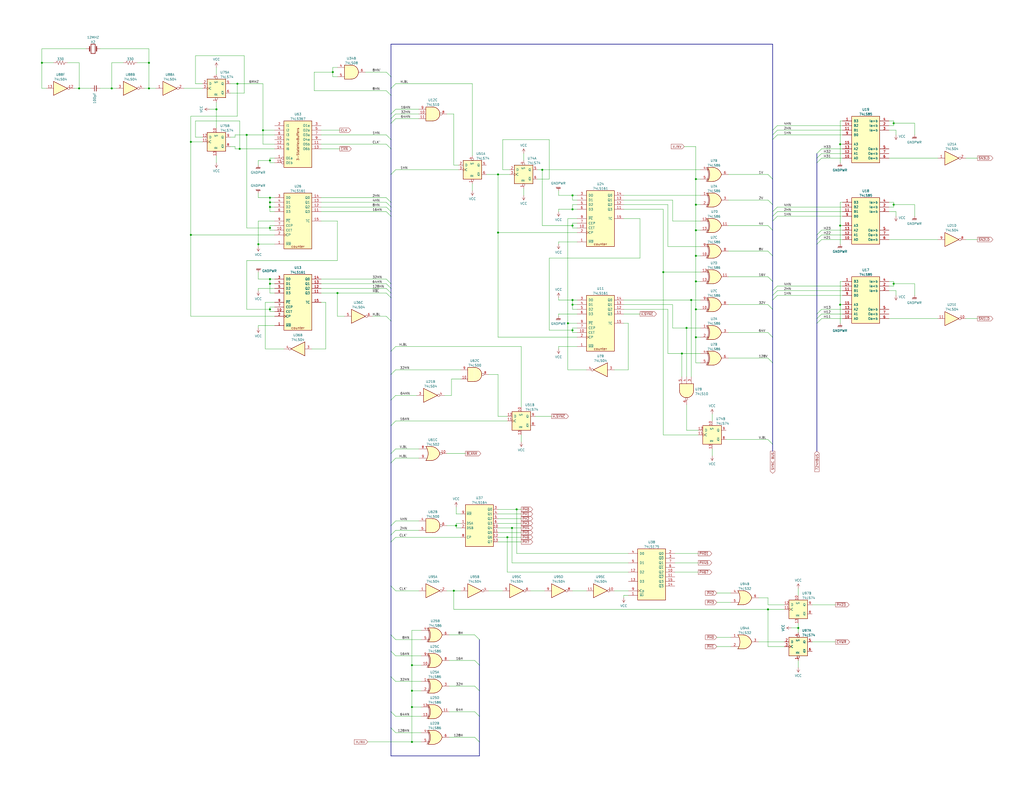
<source format=kicad_sch>
(kicad_sch (version 20230121) (generator eeschema)
  (paper "C")
  (title_block (title "TAITO SYSTEM SJ") (company "ANTON GALE") (comment 1 "SYNC BUS"))
  (junction (at 435.61 342.9))
  (junction (at 377.19 163.83))
  (junction (at 419.1 332.74))
  (junction (at 312.42 163.83))
  (junction (at 130.81 81.28))
  (junction (at 248.92 287.02))
  (junction (at 271.78 127))
  (junction (at 379.73 97.79))
  (junction (at 129.54 45.72))
  (junction (at 140.97 133.35))
  (junction (at 81.28 34.29))
  (junction (at 279.4 288.29))
  (junction (at 312.42 180.34))
  (junction (at 81.28 48.26))
  (junction (at 372.11 193.04))
  (junction (at 487.68 67.31))
  (junction (at 134.62 73.66))
  (junction (at 361.95 148.59))
  (junction (at 147.32 152.4))
  (junction (at 147.32 107.95))
  (junction (at 118.11 59.69))
  (junction (at 184.15 160.02))
  (junction (at 60.96 48.26))
  (junction (at 147.32 110.49))
  (junction (at 224.79 405.13))
  (junction (at 281.94 278.13))
  (junction (at 43.18 48.26))
  (junction (at 379.73 153.67))
  (junction (at 224.79 363.22))
  (junction (at 312.42 106.68))
  (junction (at 374.65 179.07))
  (junction (at 379.73 184.15))
  (junction (at 458.47 78.74))
  (junction (at 224.79 377.19))
  (junction (at 379.73 139.7))
  (junction (at 147.32 168.91))
  (junction (at 312.42 123.19))
  (junction (at 147.32 113.03))
  (junction (at 276.86 293.37))
  (junction (at 181.61 39.37))
  (junction (at 271.78 95.25))
  (junction (at 104.14 77.47))
  (junction (at 312.42 166.37))
  (junction (at 147.32 87.63))
  (junction (at 309.88 176.53))
  (junction (at 487.68 111.76))
  (junction (at 22.86 34.29))
  (junction (at 312.42 114.3))
  (junction (at 247.65 322.58))
  (junction (at 295.91 92.71))
  (junction (at 104.14 128.27))
  (junction (at 487.68 154.94))
  (junction (at 379.73 111.76))
  (junction (at 458.47 166.37))
  (junction (at 147.32 124.46))
  (junction (at 458.47 123.19))
  (junction (at 379.73 168.91))
  (junction (at 379.73 125.73))
  (junction (at 143.51 71.12))
  (junction (at 224.79 386.08))
  (junction (at 147.32 154.94))
  (bus_entry (at 215.9 349.25) (size -2.54 -2.54))
  (bus_entry (at 448.31 173.99) (size -2.54 2.54))
  (bus_entry (at 448.31 168.91) (size -2.54 2.54))
  (bus_entry (at 215.9 229.87) (size -2.54 2.54))
  (bus_entry (at 210.82 78.74) (size 2.54 2.54))
  (bus_entry (at 419.1 181.61) (size 2.54 2.54))
  (bus_entry (at 448.31 86.36) (size -2.54 2.54))
  (bus_entry (at 215.9 358.14) (size -2.54 -2.54))
  (bus_entry (at 419.1 109.22) (size 2.54 2.54))
  (bus_entry (at 419.1 95.25) (size 2.54 2.54))
  (bus_entry (at 215.9 59.69) (size -2.54 2.54))
  (bus_entry (at 448.31 125.73) (size -2.54 2.54))
  (bus_entry (at 448.31 130.81) (size -2.54 2.54))
  (bus_entry (at 259.08 374.65) (size 2.54 2.54))
  (bus_entry (at 215.9 391.16) (size -2.54 -2.54))
  (bus_entry (at 448.31 81.28) (size -2.54 2.54))
  (bus_entry (at 424.18 68.58) (size -2.54 2.54))
  (bus_entry (at 210.82 113.03) (size 2.54 2.54))
  (bus_entry (at 259.08 360.68) (size 2.54 2.54))
  (bus_entry (at 419.1 151.13) (size 2.54 2.54))
  (bus_entry (at 419.1 137.16) (size 2.54 2.54))
  (bus_entry (at 448.31 128.27) (size -2.54 2.54))
  (bus_entry (at 215.9 293.37) (size -2.54 2.54))
  (bus_entry (at 424.18 118.11) (size -2.54 2.54))
  (bus_entry (at 259.08 346.71) (size 2.54 2.54))
  (bus_entry (at 424.18 71.12) (size -2.54 2.54))
  (bus_entry (at 215.9 215.9) (size -2.54 2.54))
  (bus_entry (at 210.82 152.4) (size 2.54 2.54))
  (bus_entry (at 424.18 115.57) (size -2.54 2.54))
  (bus_entry (at 259.08 388.62) (size 2.54 2.54))
  (bus_entry (at 210.82 73.66) (size 2.54 2.54))
  (bus_entry (at 419.1 240.03) (size 2.54 2.54))
  (bus_entry (at 424.18 156.21) (size -2.54 2.54))
  (bus_entry (at 419.1 166.37) (size 2.54 2.54))
  (bus_entry (at 215.9 64.77) (size -2.54 2.54))
  (bus_entry (at 448.31 83.82) (size -2.54 2.54))
  (bus_entry (at 215.9 322.58) (size -2.54 -2.54))
  (bus_entry (at 424.18 73.66) (size -2.54 2.54))
  (bus_entry (at 210.82 160.02) (size 2.54 2.54))
  (bus_entry (at 259.08 402.59) (size 2.54 2.54))
  (bus_entry (at 210.82 110.49) (size 2.54 2.54))
  (bus_entry (at 215.9 289.56) (size -2.54 2.54))
  (bus_entry (at 210.82 154.94) (size 2.54 2.54))
  (bus_entry (at 448.31 171.45) (size -2.54 2.54))
  (bus_entry (at 215.9 372.11) (size -2.54 -2.54))
  (bus_entry (at 215.9 92.71) (size -2.54 2.54))
  (bus_entry (at 419.1 123.19) (size 2.54 2.54))
  (bus_entry (at 424.18 113.03) (size -2.54 2.54))
  (bus_entry (at 215.9 189.23) (size -2.54 2.54))
  (bus_entry (at 210.82 107.95) (size 2.54 2.54))
  (bus_entry (at 215.9 201.93) (size -2.54 2.54))
  (bus_entry (at 210.82 172.72) (size 2.54 2.54))
  (bus_entry (at 210.82 157.48) (size 2.54 2.54))
  (bus_entry (at 424.18 161.29) (size -2.54 2.54))
  (bus_entry (at 215.9 62.23) (size -2.54 2.54))
  (bus_entry (at 210.82 115.57) (size 2.54 2.54))
  (bus_entry (at 215.9 250.19) (size -2.54 2.54))
  (bus_entry (at 215.9 400.05) (size -2.54 -2.54))
  (bus_entry (at 424.18 158.75) (size -2.54 2.54))
  (bus_entry (at 210.82 49.53) (size 2.54 2.54))
  (bus_entry (at 210.82 39.37) (size 2.54 2.54))
  (bus_entry (at 215.9 245.11) (size -2.54 2.54))
  (bus_entry (at 215.9 284.48) (size -2.54 2.54))
  (bus_entry (at 215.9 45.72) (size -2.54 2.54))
  (bus_entry (at 419.1 195.58) (size 2.54 2.54))
  (wire (pts (xy 279.4 288.29) (xy 284.48 288.29)))
  (wire (pts (xy 379.73 125.73) (xy 382.27 125.73)))
  (wire (pts (xy 304.8 115.57) (xy 304.8 114.3)))
  (wire (pts (xy 312.42 124.46) (xy 314.96 124.46)))
  (wire (pts (xy 118.11 36.83) (xy 118.11 40.64)))
  (wire (pts (xy 367.03 120.65) (xy 382.27 120.65)))
  (wire (pts (xy 147.32 160.02) (xy 149.86 160.02)))
  (wire (pts (xy 271.78 283.21) (xy 284.48 283.21)))
  (wire (pts (xy 312.42 121.92) (xy 312.42 123.19)))
  (wire (pts (xy 128.27 73.66) (xy 134.62 73.66)))
  (bus (pts (xy 213.36 252.73) (xy 213.36 287.02)))
  (wire (pts (xy 181.61 39.37) (xy 181.61 41.91)))
  (bus (pts (xy 213.36 41.91) (xy 213.36 48.26)))
  (bus (pts (xy 213.36 287.02) (xy 213.36 292.1)))
  (wire (pts (xy 361.95 237.49) (xy 381 237.49)))
  (wire (pts (xy 299.72 97.79) (xy 299.72 76.2)))
  (wire (pts (xy 271.78 290.83) (xy 284.48 290.83)))
  (wire (pts (xy 43.18 48.26) (xy 43.18 34.29)))
  (wire (pts (xy 175.26 152.4) (xy 210.82 152.4)))
  (wire (pts (xy 129.54 45.72) (xy 143.51 45.72)))
  (bus (pts (xy 421.64 76.2) (xy 421.64 97.79)))
  (wire (pts (xy 342.9 176.53) (xy 342.9 201.93)))
  (wire (pts (xy 397.51 181.61) (xy 419.1 181.61)))
  (wire (pts (xy 312.42 181.61) (xy 312.42 180.34)))
  (wire (pts (xy 100.33 48.26) (xy 110.49 48.26)))
  (wire (pts (xy 128.27 74.93) (xy 128.27 73.66)))
  (wire (pts (xy 487.68 67.31) (xy 499.11 67.31)))
  (wire (pts (xy 361.95 114.3) (xy 361.95 148.59)))
  (wire (pts (xy 266.7 322.58) (xy 274.32 322.58)))
  (wire (pts (xy 397.51 123.19) (xy 419.1 123.19)))
  (wire (pts (xy 224.79 405.13) (xy 224.79 386.08)))
  (wire (pts (xy 459.74 156.21) (xy 424.18 156.21)))
  (wire (pts (xy 458.47 123.19) (xy 458.47 110.49)))
  (wire (pts (xy 458.47 78.74) (xy 458.47 66.04)))
  (wire (pts (xy 276.86 293.37) (xy 276.86 312.42)))
  (wire (pts (xy 379.73 168.91) (xy 379.73 153.67)))
  (wire (pts (xy 281.94 278.13) (xy 284.48 278.13)))
  (wire (pts (xy 459.74 118.11) (xy 424.18 118.11)))
  (wire (pts (xy 295.91 92.71) (xy 295.91 123.19)))
  (wire (pts (xy 379.73 97.79) (xy 379.73 80.01)))
  (bus (pts (xy 261.62 349.25) (xy 261.62 363.22)))
  (wire (pts (xy 250.19 90.17) (xy 247.65 90.17)))
  (wire (pts (xy 312.42 114.3) (xy 314.96 114.3)))
  (wire (pts (xy 459.74 73.66) (xy 424.18 73.66)))
  (wire (pts (xy 271.78 293.37) (xy 276.86 293.37)))
  (wire (pts (xy 285.75 106.68) (xy 285.75 102.87)))
  (wire (pts (xy 247.65 90.17) (xy 247.65 62.23)))
  (wire (pts (xy 292.1 227.33) (xy 300.99 227.33)))
  (wire (pts (xy 144.78 165.1) (xy 144.78 190.5)))
  (wire (pts (xy 281.94 302.26) (xy 342.9 302.26)))
  (wire (pts (xy 361.95 148.59) (xy 382.27 148.59)))
  (wire (pts (xy 215.9 229.87) (xy 276.86 229.87)))
  (wire (pts (xy 312.42 166.37) (xy 312.42 163.83)))
  (wire (pts (xy 54.61 26.67) (xy 81.28 26.67)))
  (wire (pts (xy 175.26 115.57) (xy 210.82 115.57)))
  (wire (pts (xy 251.46 285.75) (xy 248.92 285.75)))
  (wire (pts (xy 379.73 111.76) (xy 379.73 97.79)))
  (wire (pts (xy 25.4 48.26) (xy 22.86 48.26)))
  (wire (pts (xy 459.74 68.58) (xy 424.18 68.58)))
  (wire (pts (xy 414.02 350.52) (xy 427.99 350.52)))
  (wire (pts (xy 284.48 189.23) (xy 284.48 222.25)))
  (wire (pts (xy 125.73 74.93) (xy 128.27 74.93)))
  (wire (pts (xy 271.78 184.15) (xy 314.96 184.15)))
  (wire (pts (xy 125.73 80.01) (xy 128.27 80.01)))
  (bus (pts (xy 421.64 158.75) (xy 421.64 153.67)))
  (wire (pts (xy 372.11 193.04) (xy 382.27 193.04)))
  (wire (pts (xy 243.84 247.65) (xy 254 247.65)))
  (wire (pts (xy 228.6 62.23) (xy 215.9 62.23)))
  (wire (pts (xy 140.97 87.63) (xy 140.97 90.17)))
  (wire (pts (xy 147.32 168.91) (xy 147.32 167.64)))
  (wire (pts (xy 147.32 107.95) (xy 140.97 107.95)))
  (bus (pts (xy 445.77 176.53) (xy 445.77 246.38)))
  (wire (pts (xy 459.74 123.19) (xy 458.47 123.19)))
  (wire (pts (xy 175.26 110.49) (xy 210.82 110.49)))
  (wire (pts (xy 229.87 405.13) (xy 224.79 405.13)))
  (wire (pts (xy 312.42 180.34) (xy 312.42 179.07)))
  (wire (pts (xy 175.26 154.94) (xy 210.82 154.94)))
  (bus (pts (xy 213.36 64.77) (xy 213.36 67.31)))
  (wire (pts (xy 134.62 168.91) (xy 147.32 168.91)))
  (bus (pts (xy 213.36 292.1) (xy 213.36 295.91)))
  (wire (pts (xy 147.32 86.36) (xy 147.32 87.63)))
  (wire (pts (xy 184.15 160.02) (xy 210.82 160.02)))
  (wire (pts (xy 289.56 322.58) (xy 297.18 322.58)))
  (wire (pts (xy 448.31 128.27) (xy 459.74 128.27)))
  (wire (pts (xy 247.65 322.58) (xy 247.65 332.74)))
  (wire (pts (xy 485.14 110.49) (xy 487.68 110.49)))
  (wire (pts (xy 459.74 113.03) (xy 424.18 113.03)))
  (wire (pts (xy 448.31 130.81) (xy 459.74 130.81)))
  (wire (pts (xy 312.42 106.68) (xy 312.42 109.22)))
  (bus (pts (xy 261.62 377.19) (xy 261.62 391.16)))
  (wire (pts (xy 133.35 30.48) (xy 106.68 30.48)))
  (wire (pts (xy 427.99 353.06) (xy 419.1 353.06)))
  (wire (pts (xy 487.68 68.58) (xy 487.68 67.31)))
  (wire (pts (xy 184.15 36.83) (xy 181.61 36.83)))
  (wire (pts (xy 184.15 120.65) (xy 184.15 142.24)))
  (wire (pts (xy 248.92 276.86) (xy 248.92 280.67)))
  (wire (pts (xy 149.86 165.1) (xy 144.78 165.1)))
  (wire (pts (xy 364.49 111.76) (xy 364.49 134.62)))
  (wire (pts (xy 215.9 250.19) (xy 228.6 250.19)))
  (wire (pts (xy 106.68 30.48) (xy 106.68 45.72)))
  (wire (pts (xy 60.96 48.26) (xy 60.96 34.29)))
  (wire (pts (xy 485.14 66.04) (xy 487.68 66.04)))
  (wire (pts (xy 397.51 95.25) (xy 419.1 95.25)))
  (bus (pts (xy 421.64 111.76) (xy 421.64 115.57)))
  (wire (pts (xy 106.68 45.72) (xy 110.49 45.72)))
  (bus (pts (xy 261.62 391.16) (xy 261.62 405.13)))
  (bus (pts (xy 213.36 204.47) (xy 213.36 218.44)))
  (bus (pts (xy 213.36 162.56) (xy 213.36 175.26)))
  (wire (pts (xy 215.9 45.72) (xy 257.81 45.72)))
  (wire (pts (xy 367.03 179.07) (xy 374.65 179.07)))
  (bus (pts (xy 445.77 130.81) (xy 445.77 133.35)))
  (wire (pts (xy 266.7 204.47) (xy 271.78 204.47)))
  (wire (pts (xy 314.96 111.76) (xy 312.42 111.76)))
  (wire (pts (xy 78.74 48.26) (xy 81.28 48.26)))
  (wire (pts (xy 134.62 73.66) (xy 134.62 124.46)))
  (wire (pts (xy 349.25 140.97) (xy 299.72 140.97)))
  (wire (pts (xy 377.19 163.83) (xy 377.19 205.74)))
  (wire (pts (xy 299.72 180.34) (xy 312.42 180.34)))
  (wire (pts (xy 419.1 332.74) (xy 427.99 332.74)))
  (wire (pts (xy 257.81 104.14) (xy 257.81 100.33)))
  (bus (pts (xy 421.64 158.75) (xy 421.64 161.29)))
  (wire (pts (xy 215.9 215.9) (xy 227.33 215.9)))
  (wire (pts (xy 215.9 289.56) (xy 228.6 289.56)))
  (wire (pts (xy 143.51 71.12) (xy 149.86 71.12)))
  (wire (pts (xy 215.9 92.71) (xy 250.19 92.71)))
  (wire (pts (xy 215.9 372.11) (xy 229.87 372.11)))
  (bus (pts (xy 421.64 184.15) (xy 421.64 198.12)))
  (bus (pts (xy 445.77 173.99) (xy 445.77 176.53)))
  (wire (pts (xy 177.8 190.5) (xy 170.18 190.5)))
  (wire (pts (xy 81.28 34.29) (xy 81.28 26.67)))
  (wire (pts (xy 271.78 280.67) (xy 284.48 280.67)))
  (wire (pts (xy 147.32 110.49) (xy 149.86 110.49)))
  (wire (pts (xy 140.97 120.65) (xy 149.86 120.65)))
  (wire (pts (xy 295.91 123.19) (xy 312.42 123.19)))
  (wire (pts (xy 175.26 165.1) (xy 177.8 165.1)))
  (wire (pts (xy 246.38 215.9) (xy 246.38 207.01)))
  (wire (pts (xy 443.23 350.52) (xy 455.93 350.52)))
  (bus (pts (xy 421.64 24.13) (xy 213.36 24.13)))
  (wire (pts (xy 140.97 158.75) (xy 140.97 157.48)))
  (wire (pts (xy 175.26 73.66) (xy 210.82 73.66)))
  (bus (pts (xy 213.36 24.13) (xy 213.36 41.91)))
  (wire (pts (xy 397.51 195.58) (xy 419.1 195.58)))
  (wire (pts (xy 485.14 153.67) (xy 487.68 153.67)))
  (wire (pts (xy 271.78 288.29) (xy 279.4 288.29)))
  (wire (pts (xy 125.73 50.8) (xy 133.35 50.8)))
  (wire (pts (xy 284.48 241.3) (xy 284.48 237.49)))
  (bus (pts (xy 421.64 120.65) (xy 421.64 125.73)))
  (wire (pts (xy 381 234.95) (xy 374.65 234.95)))
  (wire (pts (xy 304.8 171.45) (xy 304.8 172.72)))
  (wire (pts (xy 314.96 166.37) (xy 312.42 166.37)))
  (wire (pts (xy 224.79 377.19) (xy 224.79 363.22)))
  (wire (pts (xy 459.74 71.12) (xy 424.18 71.12)))
  (wire (pts (xy 340.36 325.12) (xy 342.9 325.12)))
  (bus (pts (xy 213.36 67.31) (xy 213.36 76.2)))
  (wire (pts (xy 312.42 111.76) (xy 312.42 114.3)))
  (wire (pts (xy 22.86 34.29) (xy 29.21 34.29)))
  (bus (pts (xy 445.77 171.45) (xy 445.77 173.99)))
  (bus (pts (xy 213.36 295.91) (xy 213.36 320.04)))
  (wire (pts (xy 43.18 48.26) (xy 49.53 48.26)))
  (wire (pts (xy 377.19 163.83) (xy 382.27 163.83)))
  (wire (pts (xy 487.68 111.76) (xy 487.68 110.49)))
  (wire (pts (xy 224.79 363.22) (xy 224.79 344.17)))
  (bus (pts (xy 213.36 218.44) (xy 213.36 232.41)))
  (wire (pts (xy 527.05 86.36) (xy 533.4 86.36)))
  (wire (pts (xy 304.8 189.23) (xy 314.96 189.23)))
  (wire (pts (xy 397.51 166.37) (xy 419.1 166.37)))
  (wire (pts (xy 285.75 83.82) (xy 285.75 87.63)))
  (wire (pts (xy 147.32 88.9) (xy 149.86 88.9)))
  (wire (pts (xy 414.02 326.39) (xy 419.1 326.39)))
  (wire (pts (xy 147.32 152.4) (xy 140.97 152.4)))
  (wire (pts (xy 368.3 312.42) (xy 381 312.42)))
  (wire (pts (xy 245.11 388.62) (xy 259.08 388.62)))
  (wire (pts (xy 368.3 302.26) (xy 381 302.26)))
  (wire (pts (xy 396.24 240.03) (xy 419.1 240.03)))
  (wire (pts (xy 488.95 118.11) (xy 488.95 115.57)))
  (wire (pts (xy 229.87 363.22) (xy 224.79 363.22)))
  (wire (pts (xy 134.62 142.24) (xy 134.62 168.91)))
  (wire (pts (xy 175.26 120.65) (xy 184.15 120.65)))
  (wire (pts (xy 459.74 166.37) (xy 458.47 166.37)))
  (wire (pts (xy 388.62 226.06) (xy 388.62 229.87)))
  (wire (pts (xy 373.38 80.01) (xy 379.73 80.01)))
  (wire (pts (xy 118.11 55.88) (xy 118.11 59.69)))
  (bus (pts (xy 213.36 388.62) (xy 213.36 397.51)))
  (wire (pts (xy 140.97 177.8) (xy 149.86 177.8)))
  (wire (pts (xy 485.14 86.36) (xy 511.81 86.36)))
  (wire (pts (xy 228.6 59.69) (xy 215.9 59.69)))
  (wire (pts (xy 181.61 41.91) (xy 184.15 41.91)))
  (wire (pts (xy 129.54 45.72) (xy 129.54 63.5)))
  (wire (pts (xy 304.8 106.68) (xy 304.8 104.14)))
  (wire (pts (xy 215.9 358.14) (xy 229.87 358.14)))
  (wire (pts (xy 312.42 163.83) (xy 314.96 163.83)))
  (bus (pts (xy 421.64 115.57) (xy 421.64 118.11)))
  (bus (pts (xy 421.64 125.73) (xy 421.64 139.7)))
  (bus (pts (xy 213.36 397.51) (xy 213.36 412.75)))
  (wire (pts (xy 215.9 322.58) (xy 228.6 322.58)))
  (wire (pts (xy 312.42 109.22) (xy 314.96 109.22)))
  (wire (pts (xy 361.95 148.59) (xy 361.95 237.49)))
  (wire (pts (xy 485.14 156.21) (xy 487.68 156.21)))
  (wire (pts (xy 271.78 204.47) (xy 271.78 227.33)))
  (bus (pts (xy 421.64 161.29) (xy 421.64 163.83)))
  (bus (pts (xy 445.77 83.82) (xy 445.77 86.36)))
  (wire (pts (xy 215.9 284.48) (xy 228.6 284.48)))
  (wire (pts (xy 419.1 332.74) (xy 419.1 353.06)))
  (bus (pts (xy 421.64 242.57) (xy 421.64 246.38)))
  (wire (pts (xy 485.14 158.75) (xy 488.95 158.75)))
  (wire (pts (xy 312.42 168.91) (xy 312.42 166.37)))
  (wire (pts (xy 128.27 80.01) (xy 128.27 81.28)))
  (wire (pts (xy 114.3 59.69) (xy 118.11 59.69)))
  (bus (pts (xy 213.36 76.2) (xy 213.36 81.28)))
  (wire (pts (xy 374.65 179.07) (xy 382.27 179.07)))
  (bus (pts (xy 213.36 115.57) (xy 213.36 118.11)))
  (bus (pts (xy 421.64 73.66) (xy 421.64 76.2)))
  (wire (pts (xy 60.96 34.29) (xy 67.31 34.29)))
  (wire (pts (xy 46.99 26.67) (xy 22.86 26.67)))
  (wire (pts (xy 276.86 293.37) (xy 284.48 293.37)))
  (wire (pts (xy 435.61 342.9) (xy 435.61 345.44)))
  (wire (pts (xy 340.36 171.45) (xy 349.25 171.45)))
  (wire (pts (xy 299.72 76.2) (xy 274.32 76.2)))
  (wire (pts (xy 147.32 113.03) (xy 149.86 113.03)))
  (wire (pts (xy 248.92 285.75) (xy 248.92 287.02)))
  (wire (pts (xy 149.86 133.35) (xy 140.97 133.35)))
  (bus (pts (xy 261.62 405.13) (xy 261.62 412.75)))
  (wire (pts (xy 147.32 167.64) (xy 149.86 167.64)))
  (wire (pts (xy 245.11 360.68) (xy 259.08 360.68)))
  (wire (pts (xy 435.61 340.36) (xy 435.61 342.9)))
  (wire (pts (xy 312.42 179.07) (xy 314.96 179.07)))
  (bus (pts (xy 445.77 88.9) (xy 445.77 128.27)))
  (wire (pts (xy 487.68 156.21) (xy 487.68 154.94)))
  (bus (pts (xy 213.36 232.41) (xy 213.36 247.65)))
  (wire (pts (xy 314.96 121.92) (xy 312.42 121.92)))
  (wire (pts (xy 448.31 168.91) (xy 459.74 168.91)))
  (wire (pts (xy 293.37 97.79) (xy 299.72 97.79)))
  (wire (pts (xy 448.31 83.82) (xy 459.74 83.82)))
  (wire (pts (xy 130.81 66.04) (xy 106.68 66.04)))
  (wire (pts (xy 147.32 115.57) (xy 149.86 115.57)))
  (wire (pts (xy 335.28 322.58) (xy 342.9 322.58)))
  (bus (pts (xy 445.77 128.27) (xy 445.77 130.81)))
  (wire (pts (xy 379.73 125.73) (xy 379.73 111.76)))
  (wire (pts (xy 379.73 97.79) (xy 382.27 97.79)))
  (wire (pts (xy 130.81 81.28) (xy 149.86 81.28)))
  (wire (pts (xy 184.15 142.24) (xy 134.62 142.24)))
  (wire (pts (xy 140.97 148.59) (xy 140.97 152.4)))
  (wire (pts (xy 340.36 168.91) (xy 364.49 168.91)))
  (wire (pts (xy 340.36 163.83) (xy 377.19 163.83)))
  (wire (pts (xy 147.32 170.18) (xy 147.32 168.91)))
  (wire (pts (xy 248.92 288.29) (xy 251.46 288.29)))
  (wire (pts (xy 435.61 321.31) (xy 435.61 325.12)))
  (wire (pts (xy 143.51 71.12) (xy 143.51 78.74)))
  (wire (pts (xy 22.86 48.26) (xy 22.86 34.29)))
  (wire (pts (xy 147.32 107.95) (xy 147.32 110.49)))
  (wire (pts (xy 499.11 154.94) (xy 499.11 161.29)))
  (wire (pts (xy 271.78 227.33) (xy 276.86 227.33)))
  (wire (pts (xy 431.8 342.9) (xy 435.61 342.9)))
  (wire (pts (xy 458.47 166.37) (xy 458.47 153.67)))
  (wire (pts (xy 485.14 71.12) (xy 488.95 71.12)))
  (wire (pts (xy 309.88 119.38) (xy 309.88 176.53)))
  (wire (pts (xy 243.84 287.02) (xy 248.92 287.02)))
  (wire (pts (xy 271.78 95.25) (xy 278.13 95.25)))
  (bus (pts (xy 421.64 118.11) (xy 421.64 120.65)))
  (wire (pts (xy 397.51 109.22) (xy 419.1 109.22)))
  (wire (pts (xy 81.28 34.29) (xy 74.93 34.29)))
  (wire (pts (xy 487.68 67.31) (xy 487.68 66.04)))
  (wire (pts (xy 312.42 106.68) (xy 314.96 106.68)))
  (bus (pts (xy 213.36 95.25) (xy 213.36 110.49)))
  (bus (pts (xy 421.64 198.12) (xy 421.64 242.57)))
  (wire (pts (xy 171.45 49.53) (xy 210.82 49.53)))
  (bus (pts (xy 421.64 71.12) (xy 421.64 73.66)))
  (bus (pts (xy 213.36 247.65) (xy 213.36 252.73)))
  (wire (pts (xy 133.35 50.8) (xy 133.35 30.48)))
  (wire (pts (xy 379.73 111.76) (xy 382.27 111.76)))
  (wire (pts (xy 379.73 153.67) (xy 382.27 153.67)))
  (wire (pts (xy 379.73 184.15) (xy 379.73 168.91)))
  (wire (pts (xy 257.81 45.72) (xy 257.81 85.09)))
  (wire (pts (xy 304.8 162.56) (xy 304.8 163.83)))
  (wire (pts (xy 110.49 77.47) (xy 104.14 77.47)))
  (wire (pts (xy 200.66 405.13) (xy 224.79 405.13)))
  (wire (pts (xy 104.14 63.5) (xy 104.14 77.47)))
  (wire (pts (xy 175.26 81.28) (xy 185.42 81.28)))
  (wire (pts (xy 340.36 111.76) (xy 364.49 111.76)))
  (wire (pts (xy 435.61 364.49) (xy 435.61 360.68)))
  (wire (pts (xy 340.36 326.39) (xy 340.36 325.12)))
  (wire (pts (xy 271.78 127) (xy 271.78 184.15)))
  (bus (pts (xy 421.64 97.79) (xy 421.64 111.76)))
  (wire (pts (xy 118.11 59.69) (xy 118.11 69.85)))
  (wire (pts (xy 379.73 198.12) (xy 379.73 184.15)))
  (wire (pts (xy 419.1 330.2) (xy 427.99 330.2)))
  (wire (pts (xy 487.68 154.94) (xy 499.11 154.94)))
  (wire (pts (xy 175.26 71.12) (xy 185.42 71.12)))
  (wire (pts (xy 147.32 154.94) (xy 149.86 154.94)))
  (wire (pts (xy 391.16 328.93) (xy 398.78 328.93)))
  (wire (pts (xy 147.32 87.63) (xy 140.97 87.63)))
  (wire (pts (xy 147.32 154.94) (xy 147.32 160.02)))
  (wire (pts (xy 125.73 45.72) (xy 129.54 45.72)))
  (wire (pts (xy 388.62 248.92) (xy 388.62 245.11)))
  (wire (pts (xy 54.61 48.26) (xy 60.96 48.26)))
  (wire (pts (xy 459.74 115.57) (xy 424.18 115.57)))
  (wire (pts (xy 106.68 74.93) (xy 110.49 74.93)))
  (wire (pts (xy 106.68 66.04) (xy 106.68 74.93)))
  (wire (pts (xy 215.9 391.16) (xy 229.87 391.16)))
  (wire (pts (xy 247.65 332.74) (xy 419.1 332.74)))
  (wire (pts (xy 419.1 326.39) (xy 419.1 330.2)))
  (wire (pts (xy 374.65 179.07) (xy 374.65 205.74)))
  (wire (pts (xy 379.73 153.67) (xy 379.73 139.7)))
  (wire (pts (xy 367.03 120.65) (xy 367.03 109.22)))
  (wire (pts (xy 81.28 48.26) (xy 85.09 48.26)))
  (wire (pts (xy 295.91 92.71) (xy 382.27 92.71)))
  (wire (pts (xy 274.32 92.71) (xy 278.13 92.71)))
  (wire (pts (xy 340.36 119.38) (xy 349.25 119.38)))
  (wire (pts (xy 215.9 349.25) (xy 229.87 349.25)))
  (wire (pts (xy 443.23 330.2) (xy 455.93 330.2)))
  (bus (pts (xy 213.36 412.75) (xy 261.62 412.75)))
  (wire (pts (xy 134.62 73.66) (xy 149.86 73.66)))
  (wire (pts (xy 527.05 173.99) (xy 533.4 173.99)))
  (wire (pts (xy 340.36 106.68) (xy 382.27 106.68)))
  (wire (pts (xy 364.49 134.62) (xy 382.27 134.62)))
  (wire (pts (xy 140.97 157.48) (xy 149.86 157.48)))
  (wire (pts (xy 147.32 113.03) (xy 147.32 115.57)))
  (wire (pts (xy 314.96 176.53) (xy 309.88 176.53)))
  (wire (pts (xy 312.42 322.58) (xy 320.04 322.58)))
  (wire (pts (xy 243.84 322.58) (xy 247.65 322.58)))
  (wire (pts (xy 60.96 48.26) (xy 63.5 48.26)))
  (wire (pts (xy 140.97 133.35) (xy 140.97 120.65)))
  (bus (pts (xy 213.36 160.02) (xy 213.36 162.56)))
  (wire (pts (xy 147.32 152.4) (xy 147.32 154.94)))
  (bus (pts (xy 213.36 154.94) (xy 213.36 157.48)))
  (wire (pts (xy 175.26 107.95) (xy 210.82 107.95)))
  (wire (pts (xy 279.4 307.34) (xy 342.9 307.34)))
  (wire (pts (xy 22.86 26.67) (xy 22.86 34.29)))
  (wire (pts (xy 215.9 293.37) (xy 251.46 293.37)))
  (bus (pts (xy 445.77 133.35) (xy 445.77 171.45)))
  (wire (pts (xy 314.96 168.91) (xy 312.42 168.91)))
  (wire (pts (xy 364.49 193.04) (xy 372.11 193.04)))
  (wire (pts (xy 187.96 172.72) (xy 184.15 172.72)))
  (wire (pts (xy 128.27 81.28) (xy 130.81 81.28)))
  (wire (pts (xy 448.31 171.45) (xy 459.74 171.45)))
  (wire (pts (xy 459.74 66.04) (xy 458.47 66.04)))
  (wire (pts (xy 314.96 181.61) (xy 312.42 181.61)))
  (wire (pts (xy 314.96 119.38) (xy 309.88 119.38)))
  (bus (pts (xy 213.36 320.04) (xy 213.36 346.71)))
  (wire (pts (xy 118.11 88.9) (xy 118.11 85.09)))
  (wire (pts (xy 181.61 39.37) (xy 171.45 39.37)))
  (wire (pts (xy 448.31 81.28) (xy 459.74 81.28)))
  (wire (pts (xy 342.9 201.93) (xy 335.28 201.93)))
  (wire (pts (xy 304.8 133.35) (xy 304.8 132.08)))
  (wire (pts (xy 247.65 322.58) (xy 251.46 322.58)))
  (wire (pts (xy 215.9 189.23) (xy 284.48 189.23)))
  (wire (pts (xy 271.78 95.25) (xy 271.78 127)))
  (bus (pts (xy 213.36 157.48) (xy 213.36 160.02)))
  (bus (pts (xy 445.77 86.36) (xy 445.77 88.9)))
  (wire (pts (xy 391.16 323.85) (xy 398.78 323.85)))
  (wire (pts (xy 485.14 113.03) (xy 487.68 113.03)))
  (wire (pts (xy 271.78 295.91) (xy 284.48 295.91)))
  (wire (pts (xy 242.57 215.9) (xy 246.38 215.9)))
  (wire (pts (xy 276.86 312.42) (xy 342.9 312.42)))
  (wire (pts (xy 459.74 161.29) (xy 424.18 161.29)))
  (wire (pts (xy 149.86 86.36) (xy 147.32 86.36)))
  (wire (pts (xy 349.25 119.38) (xy 349.25 140.97)))
  (wire (pts (xy 458.47 88.9) (xy 458.47 78.74)))
  (wire (pts (xy 43.18 34.29) (xy 36.83 34.29)))
  (wire (pts (xy 248.92 280.67) (xy 251.46 280.67)))
  (wire (pts (xy 149.86 123.19) (xy 147.32 123.19)))
  (wire (pts (xy 149.86 172.72) (xy 104.14 172.72)))
  (wire (pts (xy 340.36 166.37) (xy 367.03 166.37)))
  (wire (pts (xy 175.26 157.48) (xy 210.82 157.48)))
  (wire (pts (xy 448.31 173.99) (xy 459.74 173.99)))
  (bus (pts (xy 213.36 191.77) (xy 213.36 204.47)))
  (bus (pts (xy 421.64 168.91) (xy 421.64 184.15)))
  (wire (pts (xy 382.27 198.12) (xy 379.73 198.12)))
  (bus (pts (xy 213.36 110.49) (xy 213.36 113.03)))
  (wire (pts (xy 397.51 151.13) (xy 419.1 151.13)))
  (wire (pts (xy 248.92 287.02) (xy 248.92 288.29)))
  (wire (pts (xy 245.11 374.65) (xy 259.08 374.65)))
  (wire (pts (xy 130.81 81.28) (xy 130.81 66.04)))
  (wire (pts (xy 499.11 111.76) (xy 499.11 118.11)))
  (wire (pts (xy 40.64 48.26) (xy 43.18 48.26)))
  (wire (pts (xy 245.11 402.59) (xy 259.08 402.59)))
  (wire (pts (xy 527.05 130.81) (xy 533.4 130.81)))
  (wire (pts (xy 265.43 95.25) (xy 271.78 95.25)))
  (wire (pts (xy 304.8 132.08) (xy 314.96 132.08)))
  (wire (pts (xy 309.88 201.93) (xy 320.04 201.93)))
  (wire (pts (xy 459.74 110.49) (xy 458.47 110.49)))
  (wire (pts (xy 458.47 176.53) (xy 458.47 166.37)))
  (wire (pts (xy 224.79 344.17) (xy 229.87 344.17)))
  (wire (pts (xy 203.2 172.72) (xy 210.82 172.72)))
  (bus (pts (xy 213.36 113.03) (xy 213.36 115.57)))
  (wire (pts (xy 147.32 125.73) (xy 149.86 125.73)))
  (wire (pts (xy 228.6 64.77) (xy 215.9 64.77)))
  (wire (pts (xy 488.95 161.29) (xy 488.95 158.75)))
  (wire (pts (xy 175.26 160.02) (xy 184.15 160.02)))
  (bus (pts (xy 213.36 48.26) (xy 213.36 52.07)))
  (wire (pts (xy 304.8 163.83) (xy 312.42 163.83)))
  (bus (pts (xy 213.36 118.11) (xy 213.36 154.94)))
  (bus (pts (xy 213.36 369.57) (xy 213.36 388.62)))
  (wire (pts (xy 391.16 347.98) (xy 398.78 347.98)))
  (bus (pts (xy 421.64 163.83) (xy 421.64 168.91)))
  (wire (pts (xy 149.86 170.18) (xy 147.32 170.18)))
  (wire (pts (xy 144.78 190.5) (xy 154.94 190.5)))
  (bus (pts (xy 213.36 355.6) (xy 213.36 369.57)))
  (wire (pts (xy 309.88 176.53) (xy 309.88 201.93)))
  (wire (pts (xy 229.87 377.19) (xy 224.79 377.19)))
  (wire (pts (xy 448.31 125.73) (xy 459.74 125.73)))
  (wire (pts (xy 485.14 130.81) (xy 511.81 130.81)))
  (wire (pts (xy 271.78 127) (xy 314.96 127)))
  (wire (pts (xy 175.26 113.03) (xy 210.82 113.03)))
  (wire (pts (xy 181.61 36.83) (xy 181.61 39.37)))
  (wire (pts (xy 304.8 190.5) (xy 304.8 189.23)))
  (wire (pts (xy 281.94 278.13) (xy 281.94 302.26)))
  (bus (pts (xy 213.36 52.07) (xy 213.36 62.23)))
  (wire (pts (xy 458.47 133.35) (xy 458.47 123.19)))
  (wire (pts (xy 397.51 137.16) (xy 419.1 137.16)))
  (wire (pts (xy 129.54 63.5) (xy 104.14 63.5)))
  (wire (pts (xy 459.74 78.74) (xy 458.47 78.74)))
  (wire (pts (xy 147.32 124.46) (xy 134.62 124.46)))
  (wire (pts (xy 487.68 111.76) (xy 499.11 111.76)))
  (wire (pts (xy 487.68 113.03) (xy 487.68 111.76)))
  (wire (pts (xy 379.73 184.15) (xy 382.27 184.15)))
  (wire (pts (xy 215.9 245.11) (xy 228.6 245.11)))
  (wire (pts (xy 147.32 87.63) (xy 147.32 88.9)))
  (bus (pts (xy 421.64 139.7) (xy 421.64 153.67)))
  (bus (pts (xy 213.36 81.28) (xy 213.36 95.25)))
  (wire (pts (xy 364.49 168.91) (xy 364.49 193.04)))
  (wire (pts (xy 367.03 166.37) (xy 367.03 179.07)))
  (wire (pts (xy 459.74 158.75) (xy 424.18 158.75)))
  (wire (pts (xy 299.72 140.97) (xy 299.72 180.34)))
  (wire (pts (xy 147.32 152.4) (xy 149.86 152.4)))
  (wire (pts (xy 104.14 128.27) (xy 104.14 172.72)))
  (wire (pts (xy 499.11 67.31) (xy 499.11 73.66)))
  (wire (pts (xy 81.28 48.26) (xy 81.28 34.29)))
  (wire (pts (xy 175.26 78.74) (xy 210.82 78.74)))
  (wire (pts (xy 245.11 346.71) (xy 259.08 346.71)))
  (wire (pts (xy 485.14 68.58) (xy 487.68 68.58)))
  (wire (pts (xy 104.14 77.47) (xy 104.14 128.27)))
  (wire (pts (xy 246.38 207.01) (xy 251.46 207.01)))
  (wire (pts (xy 487.68 154.94) (xy 487.68 153.67)))
  (wire (pts (xy 140.97 133.35) (xy 140.97 134.62)))
  (wire (pts (xy 340.36 114.3) (xy 361.95 114.3)))
  (wire (pts (xy 367.03 109.22) (xy 340.36 109.22)))
  (wire (pts (xy 143.51 45.72) (xy 143.51 71.12)))
  (wire (pts (xy 391.16 353.06) (xy 398.78 353.06)))
  (wire (pts (xy 279.4 288.29) (xy 279.4 307.34)))
  (wire (pts (xy 374.65 234.95) (xy 374.65 220.98)))
  (bus (pts (xy 421.64 24.13) (xy 421.64 71.12)))
  (wire (pts (xy 184.15 160.02) (xy 184.15 172.72)))
  (wire (pts (xy 312.42 123.19) (xy 312.42 124.46)))
  (wire (pts (xy 485.14 115.57) (xy 488.95 115.57)))
  (wire (pts (xy 379.73 139.7) (xy 379.73 125.73)))
  (wire (pts (xy 379.73 139.7) (xy 382.27 139.7)))
  (wire (pts (xy 485.14 173.99) (xy 511.81 173.99)))
  (bus (pts (xy 213.36 175.26) (xy 213.36 191.77)))
  (wire (pts (xy 224.79 386.08) (xy 224.79 377.19)))
  (wire (pts (xy 147.32 110.49) (xy 147.32 113.03)))
  (wire (pts (xy 312.42 106.68) (xy 304.8 106.68)))
  (wire (pts (xy 199.39 39.37) (xy 210.82 39.37)))
  (wire (pts (xy 274.32 76.2) (xy 274.32 92.71)))
  (wire (pts (xy 340.36 176.53) (xy 342.9 176.53)))
  (wire (pts (xy 459.74 153.67) (xy 458.47 153.67)))
  (wire (pts (xy 177.8 165.1) (xy 177.8 190.5)))
  (wire (pts (xy 271.78 278.13) (xy 281.94 278.13)))
  (wire (pts (xy 488.95 73.66) (xy 488.95 71.12)))
  (wire (pts (xy 247.65 62.23) (xy 243.84 62.23)))
  (wire (pts (xy 271.78 285.75) (xy 284.48 285.75)))
  (wire (pts (xy 104.14 128.27) (xy 149.86 128.27)))
  (wire (pts (xy 448.31 86.36) (xy 459.74 86.36)))
  (wire (pts (xy 147.32 107.95) (xy 149.86 107.95)))
  (wire (pts (xy 229.87 386.08) (xy 224.79 386.08)))
  (wire (pts (xy 304.8 114.3) (xy 312.42 114.3)))
  (wire (pts (xy 140.97 107.95) (xy 140.97 105.41)))
  (wire (pts (xy 368.3 307.34) (xy 381 307.34)))
  (wire (pts (xy 293.37 92.71) (xy 295.91 92.71)))
  (wire (pts (xy 304.8 171.45) (xy 314.96 171.45)))
  (wire (pts (xy 147.32 123.19) (xy 147.32 124.46)))
  (bus (pts (xy 213.36 62.23) (xy 213.36 64.77)))
  (wire (pts (xy 379.73 168.91) (xy 382.27 168.91)))
  (bus (pts (xy 213.36 346.71) (xy 213.36 355.6)))
  (wire (pts (xy 251.46 201.93) (xy 215.9 201.93)))
  (bus (pts (xy 261.62 363.22) (xy 261.62 377.19)))
  (wire (pts (xy 140.97 179.07) (xy 140.97 177.8)))
  (wire (pts (xy 143.51 78.74) (xy 149.86 78.74)))
  (wire (pts (xy 372.11 193.04) (xy 372.11 205.74)))
  (wire (pts (xy 171.45 39.37) (xy 171.45 49.53)))
  (wire (pts (xy 215.9 400.05) (xy 229.87 400.05)))
  (wire (pts (xy 147.32 124.46) (xy 147.32 125.73)))
  (label "6MHZ" (at 135.89 45.72 0))
  (label "16H" (at 252.73 360.68 180))
  (label "1HN" (at 431.8 73.66 180))
  (label "H22" (at 453.39 128.27 180))
  (label "32H" (at 252.73 374.65 180))
  (label "8H" (at 252.73 346.71 180))
  (label "H32" (at 453.39 83.82 180))
  (label "2HN" (at 203.2 107.95 0))
  (label "32HN" (at 223.9814 62.23 180))
  (label "2HN" (at 431.8 115.57 180))
  (label "H11" (at 453.39 173.99 180))
  (label "8HN" (at 203.2 49.53 0))
  (label "4HN" (at 222.25 284.48 180))
  (label "64H" (at 252.73 388.62 180))
  (label "1HN" (at 218.44 92.71 0))
  (label "4HN" (at 203.2 110.49 0))
  (label "H.BL" (at 203.2 172.72 0))
  (label "64HN" (at 223.52 391.16 180))
  (label "H.BL" (at 218.44 45.72 0))
  (label "H33" (at 453.39 81.28 180))
  (label "16V" (at 414.02 151.13 0))
  (label "H12" (at 453.39 171.45 180))
  (label "64HN" (at 223.9814 64.77 180))
  (label "2HN" (at 431.8 158.75 180))
  (label "4HN" (at 431.8 113.03 180))
  (label "CLK'" (at 203.2 78.74 0))
  (label "1HN" (at 203.2 73.66 0))
  (label "8HN'" (at 203.2 39.37 0))
  (label "2HN" (at 222.25 289.56 180))
  (label "V.BL" (at 414.02 240.03 0))
  (label "32HN" (at 223.52 201.93 180))
  (label "2HN" (at 431.8 71.12 180))
  (label "16HN" (at 223.52 229.87 180))
  (label "1V" (at 414.02 95.25 0))
  (label "4HN" (at 431.8 68.58 180))
  (label "2V" (at 414.02 109.22 0))
  (label "128HN" (at 203.2 157.48 0))
  (label "64V" (at 414.02 181.61 0))
  (label "32V" (at 414.02 166.37 0))
  (label "1HN" (at 431.8 118.11 180))
  (label "32HN" (at 223.52 372.11 180))
  (label "64HN" (at 203.2 154.94 0))
  (label "H23" (at 453.39 125.73 180))
  (label "8HN" (at 203.2 113.03 0))
  (label "128V" (at 414.02 195.58 0))
  (label "~{HBL}" (at 203.2 160.02 0))
  (label "128H" (at 252.73 402.59 180))
  (label "4HN" (at 431.8 156.21 180))
  (label "16HN" (at 203.2 115.57 0))
  (label "V.BL" (at 222.25 245.11 180))
  (label "4V" (at 414.02 123.19 0))
  (label "H31" (at 453.39 86.36 180))
  (label "16HN" (at 223.52 358.14 180))
  (label "H.BL" (at 222.25 250.19 180))
  (label "H13" (at 453.39 168.91 180))
  (label "128HN" (at 223.52 400.05 180))
  (label "8V" (at 414.02 137.16 0))
  (label "H.BL" (at 222.25 189.23 180))
  (label "H21" (at 453.39 130.81 180))
  (label "16HN" (at 223.9814 59.69 180))
  (label "CLK'" (at 222.25 293.37 180))
  (label "8HN" (at 223.52 349.25 180))
  (label "32HN" (at 203.2 152.4 0))
  (label "64HN" (at 218.44 215.9 0))
  (label "CLK'" (at 222.25 322.58 180))
  (label "1HN" (at 431.8 161.29 180))
  (global_label "CLK" (shape output) (at 185.42 71.12 0) (property "Intersheetrefs" "${INTERSHEET_REFS}" (effects hide)))
  (global_label "~{SN2LD}" (shape output) (at 533.4 130.81 0) (property "Intersheetrefs" "${INTERSHEET_REFS}" (effects hide)))
  (global_label "~{PH67}" (shape output) (at 381 312.42 0) (property "Intersheetrefs" "${INTERSHEET_REFS}" (effects hide)))
  (global_label "724HBUS" (shape input) (at 445.77 246.38 270) (property "Intersheetrefs" "${INTERSHEET_REFS}" (effects hide)))
  (global_label "~{CHWR}" (shape output) (at 455.93 350.52 0) (property "Intersheetrefs" "${INTERSHEET_REFS}" (effects hide)))
  (global_label "~{H.SYNC}" (shape output) (at 300.99 227.33 0) (property "Intersheetrefs" "${INTERSHEET_REFS}" (effects hide)))
  (global_label "~{BLANK}" (shape output) (at 254 247.65 0) (property "Intersheetrefs" "${INTERSHEET_REFS}" (effects hide)))
  (global_label "~{PH45}" (shape output) (at 381 307.34 0) (property "Intersheetrefs" "${INTERSHEET_REFS}" (effects hide)))
  (global_label "~{PH0}" (shape output) (at 284.48 278.13 0) (property "Intersheetrefs" "${INTERSHEET_REFS}" (effects hide)))
  (global_label "~{PH4}" (shape output) (at 284.48 288.29 0) (property "Intersheetrefs" "${INTERSHEET_REFS}" (effects hide)))
  (global_label "~{PH01}" (shape output) (at 381 302.26 0) (property "Intersheetrefs" "${INTERSHEET_REFS}" (effects hide)))
  (global_label "~{PH1}" (shape input) (at 391.16 353.06 180) (property "Intersheetrefs" "${INTERSHEET_REFS}" (effects hide)))
  (global_label "~{PH3}" (shape input) (at 391.16 328.93 180) (property "Intersheetrefs" "${INTERSHEET_REFS}" (effects hide)))
  (global_label "~{PH7}" (shape output) (at 284.48 295.91 0) (property "Intersheetrefs" "${INTERSHEET_REFS}" (effects hide)))
  (global_label "~{PH23}" (shape output) (at 455.93 330.2 0) (property "Intersheetrefs" "${INTERSHEET_REFS}" (effects hide)))
  (global_label "~{PH1}" (shape output) (at 284.48 280.67 0) (property "Intersheetrefs" "${INTERSHEET_REFS}" (effects hide)))
  (global_label "V.INV" (shape input) (at 373.38 80.01 180) (property "Intersheetrefs" "${INTERSHEET_REFS}" (effects hide)))
  (global_label "~{PH6}" (shape output) (at 284.48 293.37 0) (property "Intersheetrefs" "${INTERSHEET_REFS}" (effects hide)))
  (global_label "~{V.SYNC}" (shape output) (at 349.25 171.45 0) (property "Intersheetrefs" "${INTERSHEET_REFS}" (effects hide)))
  (global_label "~{PH2}" (shape input) (at 391.16 323.85 180) (property "Intersheetrefs" "${INTERSHEET_REFS}" (effects hide)))
  (global_label "~{PH2}" (shape output) (at 284.48 283.21 0) (property "Intersheetrefs" "${INTERSHEET_REFS}" (effects hide)))
  (global_label "~{PH3}" (shape output) (at 284.48 285.75 0) (property "Intersheetrefs" "${INTERSHEET_REFS}" (effects hide)))
  (global_label "~{SN1LD}" (shape output) (at 533.4 173.99 0) (property "Intersheetrefs" "${INTERSHEET_REFS}" (effects hide)))
  (global_label "~{PH0}" (shape input) (at 391.16 347.98 180) (property "Intersheetrefs" "${INTERSHEET_REFS}" (effects hide)))
  (global_label "H.INV" (shape input) (at 200.66 405.13 180) (property "Intersheetrefs" "${INTERSHEET_REFS}" (effects hide)))
  (global_label "~{1HN}" (shape output) (at 185.42 81.28 0) (property "Intersheetrefs" "${INTERSHEET_REFS}" (effects hide)))
  (global_label "~{PH5}" (shape output) (at 284.48 290.83 0) (property "Intersheetrefs" "${INTERSHEET_REFS}" (effects hide)))
  (global_label "~{SN3LD}" (shape output) (at 533.4 86.36 0) (property "Intersheetrefs" "${INTERSHEET_REFS}" (effects hide)))
  (global_label "SYNC BUS" (shape output) (at 421.64 246.38 270) (property "Intersheetrefs" "${INTERSHEET_REFS}" (effects hide)))
  (symbol (lib_id "jt74:74LS74") (at 257.81 92.71 0) (unit 1)
    (property "Reference" "U51" (at 259.8294 83.9302 0) (effects (justify left)))
    (property "Value" "74LS74" (at 259.8294 86.4671 0) (effects (justify left)))
    (property "Datasheet" "74xx/74hc_hct74.pdf" (effects hide))
  )
  (symbol (lib_id "Device:R_US") (at 71.12 34.29 90) (unit 1)
    (property "Reference" "R?" (effects hide))
    (property "Value" "330" (at 71.12 32.2382 90))
  )
  (symbol (lib_id "jt74:74LS85") (at 472.44 120.65 0) (unit 1)
    (property "Reference" "U18" (at 472.44 104.2502 0))
    (property "Value" "74LS85" (at 472.44 106.7871 0))
    (property "Datasheet" "http://www.ti.com/lit/gpn/sn74LS85" (effects hide))
  )
  (symbol (lib_id "power:VCC") (at 488.95 118.11 180) (unit 1)
    (property "Reference" "#PWR?" (effects hide))
    (property "Value" "VCC" (at 490.347 118.9462 0) (effects (justify right)))
  )
  (symbol (lib_id "power:GNDPWR") (at 304.8 172.72 0) (unit 1)
    (property "Reference" "#PWR?" (effects hide))
    (property "Value" "GNDPWR" (at 304.673 176.757 0))
  )
  (symbol (lib_id "jt74:74LS08") (at 191.77 39.37 0) (unit 2)
    (property "Reference" "U34" (at 191.77 31.8602 0))
    (property "Value" "74LS08" (at 191.77 34.3971 0))
    (property "Datasheet" "http://www.ti.com/lit/gpn/sn74LS08" (effects hide))
  )
  (symbol (lib_id "jt74:74LS10") (at 236.22 62.23 0) (unit 3)
    (property "Reference" "U12" (at 236.2117 54.61 0))
    (property "Value" "74LS10" (at 236.2117 57.15 0))
    (property "Datasheet" "http://www.ti.com/lit/gpn/sn74LS10" (effects hide))
  )
  (symbol (lib_id "jt74:74LS04") (at 234.95 215.9 0) (unit 2)
    (property "Reference" "U21" (at 234.95 208.3902 0))
    (property "Value" "74LS04" (at 234.95 210.9271 0))
    (property "Datasheet" "http://www.ti.com/lit/gpn/sn74LS04" (effects hide))
  )
  (symbol (lib_id "jt74:74LS86") (at 389.89 137.16 0) (unit 3)
    (property "Reference" "U?" (at 389.5852 129.6502 0))
    (property "Value" "74LS86" (at 389.5852 132.1871 0))
    (property "Datasheet" "74xx/74ls86.pdf" (effects hide))
  )
  (symbol (lib_id "power:GNDPWR") (at 458.47 176.53 0) (unit 1)
    (property "Reference" "#PWR?" (effects hide))
    (property "Value" "GNDPWR" (at 458.343 180.567 0))
  )
  (symbol (lib_id "jt74:74LS32") (at 406.4 350.52 0) (unit 1)
    (property "Reference" "U94" (at 406.4 343.0102 0))
    (property "Value" "74LS32" (at 406.4 345.5471 0))
    (property "Datasheet" "http://www.ti.com/lit/gpn/sn74LS32" (effects hide))
  )
  (symbol (lib_id "power:VCC") (at 431.8 342.9 90) (unit 1)
    (property "Reference" "#PWR012" (effects hide))
    (property "Value" "VCC" (at 427.3566 342.9 0))
  )
  (symbol (lib_id "power:VCC") (at 435.61 321.31 0) (mirror y) (unit 1)
    (property "Reference" "#PWR010" (effects hide))
    (property "Value" "VCC" (at 435.61 316.8666 0))
  )
  (symbol (lib_id "jt74:74LS86") (at 389.89 95.25 0) (unit 2)
    (property "Reference" "U?" (at 389.5852 87.7402 0))
    (property "Value" "74LS86" (at 389.5852 90.2771 0))
    (property "Datasheet" "74xx/74ls86.pdf" (effects hide))
  )
  (symbol (lib_id "power:VCC") (at 118.11 36.83 0) (mirror y) (unit 1)
    (property "Reference" "#PWR?" (effects hide))
    (property "Value" "VCC" (at 118.11 32.3866 0))
  )
  (symbol (lib_id "jt74:74LS00") (at 259.08 204.47 0) (unit 3)
    (property "Reference" "U62" (at 259.08 196.9602 0))
    (property "Value" "74LS00" (at 259.08 199.4971 0))
    (property "Datasheet" "http://www.ti.com/lit/gpn/sn74ls00" (effects hide))
  )
  (symbol (lib_id "jt74:74LS164") (at 261.62 285.75 0) (unit 1)
    (property "Reference" "U37" (at 261.62 271.8902 0))
    (property "Value" "74LS164" (at 261.62 274.4271 0))
    (property "Datasheet" "https://assets.nexperia.com/documents/data-sheet/74HC_HCT164.pdf" (effects hide))
  )
  (symbol (lib_id "jt74:74LS86") (at 389.89 123.19 0) (unit 4)
    (property "Reference" "U?" (at 389.89 115.57 0))
    (property "Value" "74LS86" (at 389.5852 118.2171 0))
    (property "Datasheet" "74xx/74ls86.pdf" (effects hide))
  )
  (symbol (lib_id "power:VCC") (at 304.8 115.57 0) (mirror x) (unit 1)
    (property "Reference" "#PWR?" (effects hide))
    (property "Value" "VCC" (at 304.8 120.0134 0))
  )
  (symbol (lib_id "jt74:74LS04") (at 304.8 322.58 0) (unit 4)
    (property "Reference" "U95" (at 304.8 314.96 0))
    (property "Value" "74LS04" (at 304.8 317.5 0))
    (property "Datasheet" "http://www.ti.com/lit/gpn/sn74LS04" (effects hide))
  )
  (symbol (lib_id "power:VCC") (at 284.48 241.3 180) (unit 1)
    (property "Reference" "#PWR?" (effects hide))
    (property "Value" "VCC" (at 284.48 245.7434 0))
  )
  (symbol (lib_id "jt74:74LS161") (at 327.66 176.53 0) (unit 1)
    (property "Reference" "U11" (at 327.66 157.5902 0))
    (property "Value" "74LS161" (at 327.66 160.1271 0))
    (property "Datasheet" "http://www.ti.com/lit/gpn/sn74LS161" (effects hide))
  )
  (symbol (lib_id "jt74:74LS85") (at 472.44 163.83 0) (unit 1)
    (property "Reference" "U17" (at 472.44 147.4302 0))
    (property "Value" "74LS85" (at 472.44 149.9671 0))
    (property "Datasheet" "http://www.ti.com/lit/gpn/sn74LS85" (effects hide))
  )
  (symbol (lib_id "power:GNDPWR") (at 140.97 148.59 180) (unit 1)
    (property "Reference" "#PWR?" (effects hide))
    (property "Value" "GNDPWR" (at 142.9766 147.957 0) (effects (justify right)))
  )
  (symbol (lib_id "jt74:74LS04") (at 519.43 130.81 0) (unit 4)
    (property "Reference" "U21" (at 519.43 123.19 0))
    (property "Value" "74LS04" (at 519.43 125.73 0))
    (property "Datasheet" "http://www.ti.com/lit/gpn/sn74LS04" (effects hide))
  )
  (symbol (lib_id "power:VCC") (at 248.92 276.86 0) (mirror y) (unit 1)
    (property "Reference" "#PWR08" (effects hide))
    (property "Value" "VCC" (at 248.92 272.4166 0))
  )
  (symbol (lib_id "jt74:74LS74") (at 118.11 48.26 0) (unit 1)
    (property "Reference" "U75" (at 120.1294 39.4802 0) (effects (justify left)))
    (property "Value" "74LS74" (at 120.1294 42.0171 0) (effects (justify left)))
    (property "Datasheet" "74xx/74hc_hct74.pdf" (effects hide))
  )
  (symbol (lib_id "power:VCC") (at 114.3 59.69 90) (mirror x) (unit 1)
    (property "Reference" "#PWR?" (effects hide))
    (property "Value" "VCC" (at 109.8566 59.69 0))
  )
  (symbol (lib_id "jt74:74LS04") (at 162.56 190.5 0) (mirror y) (unit 2)
    (property "Reference" "U36" (at 162.56 182.9902 0))
    (property "Value" "74LS04" (at 162.56 185.5271 0))
    (property "Datasheet" "http://www.ti.com/lit/gpn/sn74LS04" (effects hide))
  )
  (symbol (lib_id "Device:R_US") (at 33.02 34.29 90) (unit 1)
    (property "Reference" "R?" (effects hide))
    (property "Value" "330" (at 33.02 32.2382 90))
  )
  (symbol (lib_id "jt74:74LS04") (at 519.43 86.36 0) (unit 1)
    (property "Reference" "U21" (at 519.43 78.74 0))
    (property "Value" "74LS04" (at 519.43 81.28 0))
    (property "Datasheet" "http://www.ti.com/lit/gpn/sn74LS04" (effects hide))
  )
  (symbol (lib_id "power:VCC") (at 140.97 158.75 0) (mirror x) (unit 1)
    (property "Reference" "#PWR?" (effects hide))
    (property "Value" "VCC" (at 140.97 163.1934 0))
  )
  (symbol (lib_id "power:VCC") (at 304.8 133.35 0) (mirror x) (unit 1)
    (property "Reference" "#PWR?" (effects hide))
    (property "Value" "VCC" (at 304.8 137.7934 0))
  )
  (symbol (lib_id "jt74:74LS74") (at 118.11 77.47 0) (unit 2)
    (property "Reference" "U75" (at 120.1294 68.6902 0) (effects (justify left)))
    (property "Value" "74LS74" (at 120.1294 71.2271 0) (effects (justify left)))
    (property "Datasheet" "74xx/74hc_hct74.pdf" (effects hide))
  )
  (symbol (lib_id "power:VCC") (at 285.75 83.82 0) (mirror y) (unit 1)
    (property "Reference" "#PWR?" (effects hide))
    (property "Value" "VCC" (at 285.75 79.3766 0))
  )
  (symbol (lib_id "jt74:74LS175") (at 355.6 312.42 0) (unit 1)
    (property "Reference" "U38" (at 355.6 296.0202 0))
    (property "Value" "74LS175" (at 355.6 298.5571 0))
    (property "Datasheet" "http://www.ti.com/lit/gpn/sn74LS175" (effects hide))
  )
  (symbol (lib_id "jt74:74LS32") (at 406.4 326.39 0) (unit 2)
    (property "Reference" "U94" (at 406.4 318.8802 0))
    (property "Value" "74LS32" (at 406.4 321.4171 0))
    (property "Datasheet" "http://www.ti.com/lit/gpn/sn74LS32" (effects hide))
  )
  (symbol (lib_id "jt74:74LS04") (at 71.12 48.26 0) (unit 2)
    (property "Reference" "U88" (at 71.12 40.7502 0))
    (property "Value" "74LS04" (at 71.12 43.2871 0))
    (property "Datasheet" "http://www.ti.com/lit/gpn/sn74LS04" (effects hide))
  )
  (symbol (lib_id "Device:Crystal") (at 50.8 26.67 0) (unit 1)
    (property "Reference" "12MHZ" (at 50.8 20.4048 0))
    (property "Value" "X2" (at 50.8 22.9417 0))
  )
  (symbol (lib_id "jt74:74LS74") (at 284.48 229.87 0) (unit 2)
    (property "Reference" "U51" (at 286.4994 221.0902 0) (effects (justify left)))
    (property "Value" "74LS74" (at 286.4994 223.6271 0) (effects (justify left)))
    (property "Datasheet" "74xx/74hc_hct74.pdf" (effects hide))
  )
  (symbol (lib_id "74xx:74LS86") (at 237.49 360.68 0) (unit 3)
    (property "Reference" "U25" (at 237.1852 353.06 0))
    (property "Value" "74LS86" (at 237.1852 355.6 0))
    (property "Datasheet" "74xx/74ls86.pdf" (effects hide))
  )
  (symbol (lib_id "power:VCC") (at 340.36 326.39 0) (mirror x) (unit 1)
    (property "Reference" "#PWR?" (effects hide))
    (property "Value" "VCC" (at 340.36 330.8334 0))
  )
  (symbol (lib_id "Device:C_Small") (at 52.07 48.26 90) (unit 1)
    (property "Reference" "C?" (effects hide))
    (property "Value" "100pF" (at 51.6426 50.5841 0) (effects (justify right)))
  )
  (symbol (lib_id "jt74:74LS04") (at 259.08 322.58 0) (unit 2)
    (property "Reference" "U95" (at 259.08 314.96 0))
    (property "Value" "74LS04" (at 259.08 317.5 0))
    (property "Datasheet" "http://www.ti.com/lit/gpn/sn74LS04" (effects hide))
  )
  (symbol (lib_id "74xx:74LS86") (at 237.49 388.62 0) (unit 4)
    (property "Reference" "U25" (at 237.1852 381 0))
    (property "Value" "74LS86" (at 237.1852 383.54 0))
    (property "Datasheet" "74xx/74ls86.pdf" (effects hide))
  )
  (symbol (lib_id "power:VCC") (at 435.61 364.49 180) (unit 1)
    (property "Reference" "#PWR011" (effects hide))
    (property "Value" "VCC" (at 435.61 368.9334 0))
  )
  (symbol (lib_id "jt74:74LS04") (at 519.43 173.99 0) (unit 5)
    (property "Reference" "U21" (at 519.43 166.37 0))
    (property "Value" "74LS04" (at 519.43 168.91 0))
    (property "Datasheet" "http://www.ti.com/lit/gpn/sn74LS04" (effects hide))
  )
  (symbol (lib_id "jt74:74LS367") (at 162.56 78.74 0) (unit 1)
    (property "Reference" "U63" (at 162.56 62.3402 0))
    (property "Value" "74LS367" (at 162.56 64.8771 0))
    (property "Datasheet" "https://pdf1.alldatasheet.com/datasheet-pdf/view/12653/ONSEMI/SN74LS367AN.html" (effects hide))
  )
  (symbol (lib_id "jt74:74LS85") (at 472.44 76.2 0) (unit 1)
    (property "Reference" "U19" (at 472.44 59.8002 0))
    (property "Value" "74LS85" (at 472.44 62.3371 0))
    (property "Datasheet" "http://www.ti.com/lit/gpn/sn74LS85" (effects hide))
  )
  (symbol (lib_id "jt74:74LS74") (at 435.61 353.06 0) (unit 1)
    (property "Reference" "U97" (at 437.6294 344.2802 0) (effects (justify left)))
    (property "Value" "74LS74" (at 437.6294 346.8171 0) (effects (justify left)))
    (property "Datasheet" "74xx/74hc_hct74.pdf" (effects hide))
  )
  (symbol (lib_id "jt74:74LS10") (at 374.65 213.36 270) (unit 2)
    (property "Reference" "U?" (at 379.222 212.5253 90) (effects (justify left)))
    (property "Value" "74LS10" (at 379.222 215.0622 90) (effects (justify left)))
    (property "Datasheet" "http://www.ti.com/lit/gpn/sn74LS10" (effects hide))
  )
  (symbol (lib_id "jt74:74LS86") (at 389.89 109.22 0) (unit 1)
    (property "Reference" "U?" (at 389.5852 101.7102 0))
    (property "Value" "74LS86" (at 389.5852 104.2471 0))
    (property "Datasheet" "74xx/74ls86.pdf" (effects hide))
  )
  (symbol (lib_id "jt74:74LS161") (at 162.56 120.65 0) (unit 1)
    (property "Reference" "U26" (at 162.56 101.7102 0))
    (property "Value" "74LS161" (at 162.56 104.2471 0))
    (property "Datasheet" "http://www.ti.com/lit/gpn/sn74LS161" (effects hide))
  )
  (symbol (lib_id "power:VCC") (at 488.95 161.29 180) (unit 1)
    (property "Reference" "#PWR?" (effects hide))
    (property "Value" "VCC" (at 490.347 162.1262 0) (effects (justify right)))
  )
  (symbol (lib_id "jt74:74LS161") (at 162.56 165.1 0) (unit 1)
    (property "Reference" "U13" (at 162.56 146.1602 0))
    (property "Value" "74LS161" (at 162.56 148.6971 0))
    (property "Datasheet" "http://www.ti.com/lit/gpn/sn74LS161" (effects hide))
  )
  (symbol (lib_id "power:VCC") (at 118.11 88.9 180) (unit 1)
    (property "Reference" "#PWR?" (effects hide))
    (property "Value" "VCC" (at 118.11 93.3434 0))
  )
  (symbol (lib_id "jt74:74LS00") (at 236.22 287.02 0) (unit 2)
    (property "Reference" "U62" (at 236.22 279.5102 0))
    (property "Value" "74LS00" (at 236.22 282.0471 0))
    (property "Datasheet" "http://www.ti.com/lit/gpn/sn74ls00" (effects hide))
  )
  (symbol (lib_id "jt74:74LS04") (at 33.02 48.26 0) (unit 6)
    (property "Reference" "U88" (at 33.02 40.7502 0))
    (property "Value" "74LS04" (at 33.02 43.2871 0))
    (property "Datasheet" "http://www.ti.com/lit/gpn/sn74LS04" (effects hide))
  )
  (symbol (lib_id "power:VCC") (at 140.97 179.07 0) (mirror x) (unit 1)
    (property "Reference" "#PWR?" (effects hide))
    (property "Value" "VCC" (at 140.97 183.5134 0))
  )
  (symbol (lib_id "jt74:74LS74") (at 388.62 237.49 0) (unit 2)
    (property "Reference" "U74" (at 390.6394 228.7102 0) (effects (justify left)))
    (property "Value" "74LS74" (at 390.6394 231.2471 0) (effects (justify left)))
    (property "Datasheet" "74xx/74hc_hct74.pdf" (effects hide))
  )
  (symbol (lib_id "jt74:74LS86") (at 389.89 151.13 0) (unit 4)
    (property "Reference" "U?" (at 389.5852 143.6202 0))
    (property "Value" "74LS86" (at 389.5852 146.1571 0))
    (property "Datasheet" "74xx/74ls86.pdf" (effects hide))
  )
  (symbol (lib_id "jt74:74LS74") (at 435.61 332.74 0) (unit 2)
    (property "Reference" "U97" (at 437.6294 323.9602 0) (effects (justify left)))
    (property "Value" "74LS74" (at 437.6294 326.4971 0) (effects (justify left)))
    (property "Datasheet" "74xx/74hc_hct74.pdf" (effects hide))
  )
  (symbol (lib_id "power:VCC") (at 304.8 190.5 0) (mirror x) (unit 1)
    (property "Reference" "#PWR?" (effects hide))
    (property "Value" "VCC" (at 304.8 194.9434 0))
  )
  (symbol (lib_id "jt74:74LS04") (at 236.22 322.58 0) (unit 1)
    (property "Reference" "U95" (at 236.22 314.96 0))
    (property "Value" "74LS04" (at 236.22 317.5 0))
    (property "Datasheet" "http://www.ti.com/lit/gpn/sn74LS04" (effects hide))
  )
  (symbol (lib_id "power:VCC") (at 388.62 248.92 180) (unit 1)
    (property "Reference" "#PWR?" (effects hide))
    (property "Value" "VCC" (at 388.62 253.3634 0))
  )
  (symbol (lib_id "jt74:74LS04") (at 327.66 201.93 0) (mirror y) (unit 2)
    (property "Reference" "U?" (at 327.66 194.4202 0))
    (property "Value" "74LS04" (at 327.66 196.9571 0))
    (property "Datasheet" "http://www.ti.com/lit/gpn/sn74LS04" (effects hide))
  )
  (symbol (lib_id "power:VCC") (at 285.75 106.68 180) (unit 1)
    (property "Reference" "#PWR?" (effects hide))
    (property "Value" "VCC" (at 285.75 111.1234 0))
  )
  (symbol (lib_id "power:GNDPWR") (at 140.97 90.17 0) (unit 1)
    (property "Reference" "#PWR07" (effects hide))
    (property "Value" "GNDPWR" (at 140.843 94.207 0))
  )
  (symbol (lib_id "jt74:74LS161") (at 327.66 119.38 0) (unit 1)
    (property "Reference" "U24" (at 327.66 100.4402 0))
    (property "Value" "74LS161" (at 327.66 102.9771 0))
    (property "Datasheet" "http://www.ti.com/lit/gpn/sn74LS161" (effects hide))
  )
  (symbol (lib_id "jt74:74LS74") (at 285.75 95.25 0) (unit 1)
    (property "Reference" "U74" (at 287.7694 86.4702 0) (effects (justify left)))
    (property "Value" "74LS74" (at 287.7694 89.0071 0) (effects (justify left)))
    (property "Datasheet" "74xx/74hc_hct74.pdf" (effects hide))
  )
  (symbol (lib_id "power:VCC") (at 388.62 226.06 0) (mirror y) (unit 1)
    (property "Reference" "#PWR?" (effects hide))
    (property "Value" "VCC" (at 388.62 221.6166 0))
  )
  (symbol (lib_id "power:VCC") (at 488.95 73.66 180) (unit 1)
    (property "Reference" "#PWR?" (effects hide))
    (property "Value" "VCC" (at 490.347 74.4962 0) (effects (justify right)))
  )
  (symbol (lib_id "power:GNDPWR") (at 458.47 88.9 0) (unit 1)
    (property "Reference" "#PWR?" (effects hide))
    (property "Value" "GNDPWR" (at 458.343 92.937 0))
  )
  (symbol (lib_id "jt74:74LS86") (at 389.89 181.61 0) (unit 1)
    (property "Reference" "U?" (at 389.5852 174.1002 0))
    (property "Value" "74LS86" (at 389.5852 176.6371 0))
    (property "Datasheet" "74xx/74ls86.pdf" (effects hide))
  )
  (symbol (lib_id "power:GNDPWR") (at 499.11 73.66 0) (unit 1)
    (property "Reference" "#PWR?" (effects hide))
    (property "Value" "GNDPWR" (at 498.983 77.697 0))
  )
  (symbol (lib_id "jt74:74LS04") (at 92.71 48.26 0) (unit 1)
    (property "Reference" "U88" (at 92.71 40.7502 0))
    (property "Value" "74LS04" (at 92.71 43.2871 0))
    (property "Datasheet" "http://www.ti.com/lit/gpn/sn74LS04" (effects hide))
  )
  (symbol (lib_id "jt74:74LS86") (at 389.89 166.37 0) (unit 3)
    (property "Reference" "U?" (at 389.5852 158.8602 0))
    (property "Value" "74LS86" (at 389.5852 161.3971 0))
    (property "Datasheet" "74xx/74ls86.pdf" (effects hide))
  )
  (symbol (lib_id "74xx:74LS86") (at 237.49 346.71 0) (unit 2)
    (property "Reference" "U25" (at 237.49 339.09 0))
    (property "Value" "74LS86" (at 237.49 341.63 0))
    (property "Datasheet" "74xx/74ls86.pdf" (effects hide))
  )
  (symbol (lib_id "power:GNDPWR") (at 458.47 133.35 0) (unit 1)
    (property "Reference" "#PWR?" (effects hide))
    (property "Value" "GNDPWR" (at 458.343 137.387 0))
  )
  (symbol (lib_id "power:VCC") (at 304.8 162.56 0) (unit 1)
    (property "Reference" "#PWR?" (effects hide))
    (property "Value" "VCC" (at 304.8 158.1166 0))
  )
  (symbol (lib_id "power:VCC") (at 140.97 134.62 180) (unit 1)
    (property "Reference" "#PWR?" (effects hide))
    (property "Value" "VCC" (at 140.97 139.0634 0))
  )
  (symbol (lib_id "power:GNDPWR") (at 304.8 104.14 0) (mirror x) (unit 1)
    (property "Reference" "#PWR?" (effects hide))
    (property "Value" "GNDPWR" (at 304.673 100.103 0))
  )
  (symbol (lib_id "power:GNDPWR") (at 499.11 161.29 0) (unit 1)
    (property "Reference" "#PWR?" (effects hide))
    (property "Value" "GNDPWR" (at 498.983 165.327 0))
  )
  (symbol (lib_id "power:GNDPWR") (at 499.11 118.11 0) (unit 1)
    (property "Reference" "#PWR?" (effects hide))
    (property "Value" "GNDPWR" (at 498.983 122.147 0))
  )
  (symbol (lib_id "jt74:74LS86") (at 389.89 195.58 0) (unit 2)
    (property "Reference" "U?" (at 389.5852 188.0702 0))
    (property "Value" "74LS86" (at 389.5852 190.6071 0))
    (property "Datasheet" "74xx/74ls86.pdf" (effects hide))
  )
  (symbol (lib_id "jt74:74LS04") (at 327.66 322.58 0) (unit 5)
    (property "Reference" "U95" (at 327.66 314.96 0))
    (property "Value" "74LS04" (at 327.66 317.5 0))
    (property "Datasheet" "http://www.ti.com/lit/gpn/sn74LS04" (effects hide))
  )
  (symbol (lib_id "power:VCC") (at 257.81 104.14 180) (unit 1)
    (property "Reference" "#PWR?" (effects hide))
    (property "Value" "VCC" (at 257.81 108.5834 0))
  )
  (symbol (lib_id "74xx:74LS86") (at 237.49 374.65 0) (unit 1)
    (property "Reference" "U25" (at 237.1852 367.03 0))
    (property "Value" "74LS86" (at 237.1852 369.57 0))
    (property "Datasheet" "74xx/74ls86.pdf" (effects hide))
  )
  (symbol (lib_id "jt74:74LS02") (at 236.22 247.65 0) (unit 3)
    (property "Reference" "U61" (at 236.22 240.1402 0))
    (property "Value" "74LS02" (at 236.22 242.6771 0))
    (property "Datasheet" "http://www.ti.com/lit/gpn/sn74ls02" (effects hide))
  )
  (symbol (lib_id "power:GNDPWR") (at 140.97 105.41 0) (mirror x) (unit 1)
    (property "Reference" "#PWR?" (effects hide))
    (property "Value" "GNDPWR" (at 140.843 101.373 0))
  )
  (symbol (lib_id "jt74:74LS04") (at 195.58 172.72 0) (unit 3)
    (property "Reference" "U36" (at 195.58 165.2102 0))
    (property "Value" "74LS04" (at 195.58 167.7471 0))
    (property "Datasheet" "http://www.ti.com/lit/gpn/sn74LS04" (effects hide))
  )
  (symbol (lib_id "jt74:74LS04") (at 281.94 322.58 0) (unit 3)
    (property "Reference" "U95" (at 281.94 314.96 0))
    (property "Value" "74LS04" (at 281.94 317.5 0))
    (property "Datasheet" "http://www.ti.com/lit/gpn/sn74LS04" (effects hide))
  )
  (symbol (lib_id "74xx:74LS86") (at 237.49 402.59 0) (unit 2)
    (property "Reference" "U22" (at 237.1852 394.97 0))
    (property "Value" "74LS86" (at 237.1852 397.51 0))
    (property "Datasheet" "74xx/74ls86.pdf" (effects hide))
  )
)
</source>
